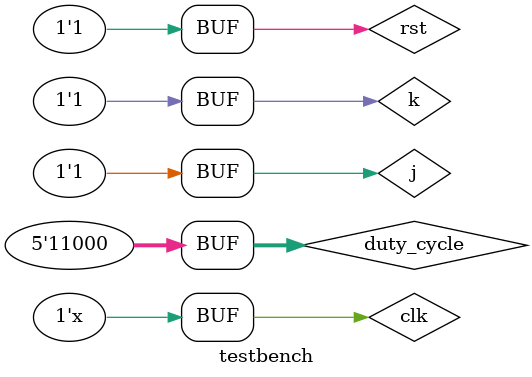
<source format=v>
module testbench();
reg clk,rst,j,k;
reg [4:0] duty_cycle;
wire [4:0] q;
wire [4:0] q_bar;
wire pwm;
counter uut(clk,rst,j,k,duty_cycle,q,q_bar,pwm);
initial
begin
j = 1;
k = 1;
// Set "value" from given formula in duty_cycle variable
duty_cycle = 24; // Duty Cycle = value/32 * 100;
clk = 1;
rst = 0;
#5;
rst = 1;
#95;
end
always #5 clk=~clk;
endmodule

</source>
